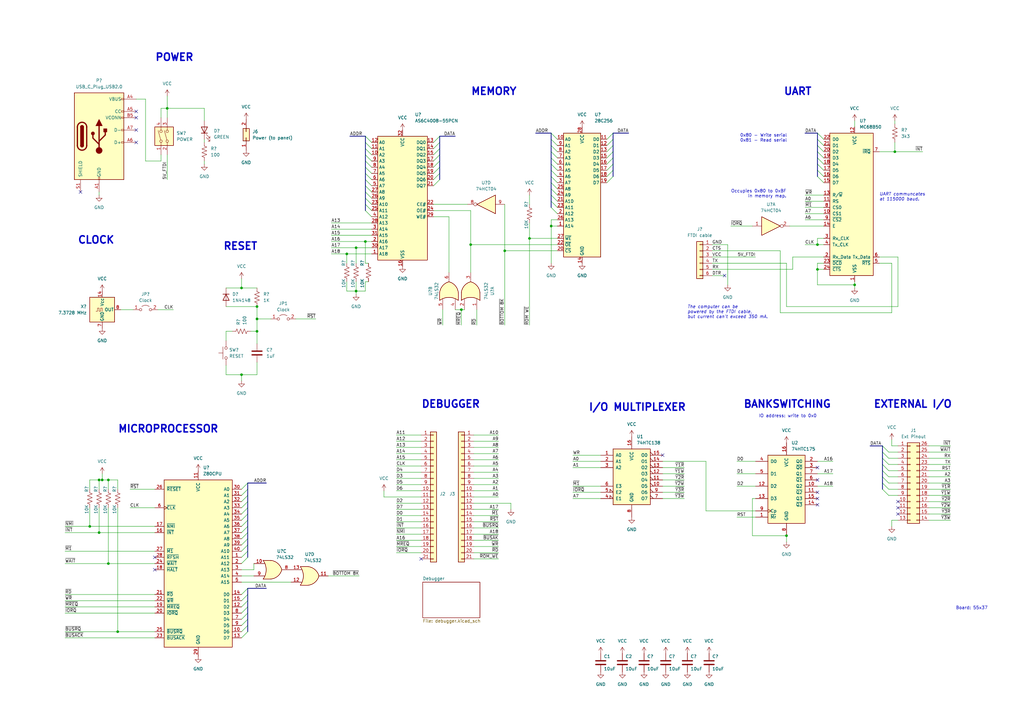
<source format=kicad_sch>
(kicad_sch (version 20230121) (generator eeschema)
  (paper "A3")
  (junction (at 44.45 231.14))
  (junction (at 99.06 118.11))
  (junction (at 40.64 196.85))
  (junction (at 149.86 99.06))
  (junction (at 105.41 135.89))
  (junction (at 142.24 104.14))
  (junction (at 48.26 259.08))
  (junction (at 189.23 127))
  (junction (at 322.58 219.71))
  (junction (at 193.04 100.33))
  (junction (at 146.05 119.38))
  (junction (at 335.28 110.49))
  (junction (at 40.64 218.44))
  (junction (at 105.41 125.73))
  (junction (at 99.06 153.67))
  (junction (at 146.05 101.6))
  (junction (at 350.52 116.84))
  (junction (at 226.06 92.71))
  (junction (at 36.83 215.9))
  (junction (at 367.03 62.23))
  (junction (at 335.28 100.33))
  (junction (at 68.58 44.45))
  (junction (at 105.41 130.81))
  (junction (at 44.45 196.85))
  (junction (at 41.91 196.85))
  (junction (at 207.01 102.87))
  (junction (at 217.17 97.79))
  (no_connect (at 368.3 205.74))
  (no_connect (at 368.3 208.28))
  (no_connect (at 271.78 186.69))
  (no_connect (at 368.3 210.82))
  (no_connect (at 335.28 207.01))
  (no_connect (at 63.5 233.68))
  (no_connect (at 335.28 196.85))
  (no_connect (at 63.5 228.6))
  (no_connect (at 172.72 229.235))
  (no_connect (at 297.18 113.03))
  (no_connect (at 335.28 201.93))
  (no_connect (at 335.28 191.77))
  (no_connect (at 335.28 204.47))
  (no_connect (at 55.88 53.34))
  (no_connect (at 55.88 48.26))
  (no_connect (at 55.88 58.42))
  (no_connect (at 55.88 45.72))
  (no_connect (at 33.02 78.74))
  (bus_entry (at 361.95 195.58) (size 2.54 2.54))
  (bus_entry (at 361.95 200.66) (size 2.54 2.54))
  (bus_entry (at 361.95 185.42) (size 2.54 2.54))
  (bus_entry (at 149.86 60.96) (size 2.54 2.54))
  (bus_entry (at 149.86 86.36) (size 2.54 2.54))
  (bus_entry (at 180.34 55.88) (size -2.54 2.54))
  (bus_entry (at 251.46 69.85) (size -2.54 2.54))
  (bus_entry (at 251.46 67.31) (size -2.54 2.54))
  (bus_entry (at 251.46 72.39) (size -2.54 2.54))
  (bus_entry (at 251.46 64.77) (size -2.54 2.54))
  (bus_entry (at 251.46 62.23) (size -2.54 2.54))
  (bus_entry (at 251.46 59.69) (size -2.54 2.54))
  (bus_entry (at 226.06 62.23) (size 2.54 2.54))
  (bus_entry (at 226.06 59.69) (size 2.54 2.54))
  (bus_entry (at 226.06 64.77) (size 2.54 2.54))
  (bus_entry (at 226.06 67.31) (size 2.54 2.54))
  (bus_entry (at 226.06 54.61) (size 2.54 2.54))
  (bus_entry (at 226.06 57.15) (size 2.54 2.54))
  (bus_entry (at 251.46 57.15) (size -2.54 2.54))
  (bus_entry (at 251.46 54.61) (size -2.54 2.54))
  (bus_entry (at 226.06 82.55) (size 2.54 2.54))
  (bus_entry (at 226.06 77.47) (size 2.54 2.54))
  (bus_entry (at 226.06 74.93) (size 2.54 2.54))
  (bus_entry (at 226.06 80.01) (size 2.54 2.54))
  (bus_entry (at 226.06 72.39) (size 2.54 2.54))
  (bus_entry (at 226.06 69.85) (size 2.54 2.54))
  (bus_entry (at 361.95 182.88) (size 2.54 2.54))
  (bus_entry (at 149.86 68.58) (size 2.54 2.54))
  (bus_entry (at 180.34 73.66) (size -2.54 2.54))
  (bus_entry (at 361.95 187.96) (size 2.54 2.54))
  (bus_entry (at 180.34 68.58) (size -2.54 2.54))
  (bus_entry (at 335.28 64.77) (size 2.54 2.54))
  (bus_entry (at 149.86 81.28) (size 2.54 2.54))
  (bus_entry (at 361.95 198.12) (size 2.54 2.54))
  (bus_entry (at 149.86 78.74) (size 2.54 2.54))
  (bus_entry (at 361.95 190.5) (size 2.54 2.54))
  (bus_entry (at 335.28 72.39) (size 2.54 2.54))
  (bus_entry (at 335.28 67.31) (size 2.54 2.54))
  (bus_entry (at 335.28 69.85) (size 2.54 2.54))
  (bus_entry (at 361.95 193.04) (size 2.54 2.54))
  (bus_entry (at 149.86 58.42) (size 2.54 2.54))
  (bus_entry (at 180.34 63.5) (size -2.54 2.54))
  (bus_entry (at 180.34 60.96) (size -2.54 2.54))
  (bus_entry (at 335.28 59.69) (size 2.54 2.54))
  (bus_entry (at 335.28 57.15) (size 2.54 2.54))
  (bus_entry (at 335.28 62.23) (size 2.54 2.54))
  (bus_entry (at 335.28 54.61) (size 2.54 2.54))
  (bus_entry (at 180.34 58.42) (size -2.54 2.54))
  (bus_entry (at 180.34 71.12) (size -2.54 2.54))
  (bus_entry (at 149.86 63.5) (size 2.54 2.54))
  (bus_entry (at 149.86 55.88) (size 2.54 2.54))
  (bus_entry (at 149.86 76.2) (size 2.54 2.54))
  (bus_entry (at 149.86 73.66) (size 2.54 2.54))
  (bus_entry (at 149.86 83.82) (size 2.54 2.54))
  (bus_entry (at 149.86 66.04) (size 2.54 2.54))
  (bus_entry (at 99.06 246.38) (size 2.54 -2.54))
  (bus_entry (at 99.06 243.84) (size 2.54 -2.54))
  (bus_entry (at 99.06 251.46) (size 2.54 -2.54))
  (bus_entry (at 99.06 248.92) (size 2.54 -2.54))
  (bus_entry (at 99.06 231.14) (size 2.54 -2.54))
  (bus_entry (at 99.06 256.54) (size 2.54 -2.54))
  (bus_entry (at 99.06 254) (size 2.54 -2.54))
  (bus_entry (at 99.06 259.08) (size 2.54 -2.54))
  (bus_entry (at 99.06 261.62) (size 2.54 -2.54))
  (bus_entry (at 99.06 200.66) (size 2.54 -2.54))
  (bus_entry (at 99.06 215.9) (size 2.54 -2.54))
  (bus_entry (at 99.06 210.82) (size 2.54 -2.54))
  (bus_entry (at 99.06 208.28) (size 2.54 -2.54))
  (bus_entry (at 99.06 213.36) (size 2.54 -2.54))
  (bus_entry (at 99.06 228.6) (size 2.54 -2.54))
  (bus_entry (at 99.06 218.44) (size 2.54 -2.54))
  (bus_entry (at 99.06 205.74) (size 2.54 -2.54))
  (bus_entry (at 99.06 203.2) (size 2.54 -2.54))
  (bus_entry (at 99.06 223.52) (size 2.54 -2.54))
  (bus_entry (at 99.06 220.98) (size 2.54 -2.54))
  (bus_entry (at 99.06 226.06) (size 2.54 -2.54))
  (bus_entry (at 180.34 66.04) (size -2.54 2.54))
  (bus_entry (at 226.06 85.09) (size 2.54 2.54))
  (bus_entry (at 149.86 71.12) (size 2.54 2.54))
  (wire (pts (xy 364.49 185.42) (xy 368.3 185.42)))
  (wire (pts (xy 194.31 206.375) (xy 209.55 206.375)))
  (bus (pts (xy 101.6 198.12) (xy 109.22 198.12)))
  (bus (pts (xy 180.34 66.04) (xy 180.34 63.5)))
  (wire (pts (xy 292.1 100.33) (xy 298.45 100.33)))
  (bus (pts (xy 335.28 57.15) (xy 335.28 54.61)))
  (bus (pts (xy 335.28 64.77) (xy 335.28 62.23)))
  (wire (pts (xy 157.48 201.295) (xy 157.48 203.835)))
  (wire (pts (xy 99.06 114.3) (xy 99.06 118.11)))
  (wire (pts (xy 146.05 101.6) (xy 152.4 101.6)))
  (wire (pts (xy 209.55 208.915) (xy 209.55 206.375)))
  (bus (pts (xy 101.6 213.36) (xy 101.6 210.82)))
  (wire (pts (xy 193.04 86.36) (xy 177.8 86.36)))
  (wire (pts (xy 381 205.74) (xy 389.89 205.74)))
  (wire (pts (xy 44.45 196.85) (xy 48.26 196.85)))
  (wire (pts (xy 40.64 78.74) (xy 40.64 80.01)))
  (bus (pts (xy 335.28 72.39) (xy 335.28 69.85)))
  (wire (pts (xy 226.06 107.95) (xy 226.06 92.71)))
  (wire (pts (xy 330.2 100.33) (xy 335.28 100.33)))
  (wire (pts (xy 365.76 213.36) (xy 368.3 213.36)))
  (wire (pts (xy 146.05 119.38) (xy 149.86 119.38)))
  (wire (pts (xy 350.52 49.53) (xy 350.52 52.07)))
  (wire (pts (xy 292.1 113.03) (xy 297.18 113.03)))
  (wire (pts (xy 195.58 127) (xy 195.58 133.35)))
  (wire (pts (xy 162.56 188.595) (xy 172.72 188.595)))
  (wire (pts (xy 162.56 198.755) (xy 172.72 198.755)))
  (wire (pts (xy 142.24 119.38) (xy 146.05 119.38)))
  (wire (pts (xy 292.1 107.95) (xy 322.58 107.95)))
  (bus (pts (xy 361.95 182.88) (xy 361.95 185.42)))
  (bus (pts (xy 251.46 54.61) (xy 257.81 54.61)))
  (bus (pts (xy 143.51 55.88) (xy 149.86 55.88)))
  (wire (pts (xy 381 198.12) (xy 389.89 198.12)))
  (wire (pts (xy 66.04 48.26) (xy 66.04 44.45)))
  (wire (pts (xy 204.47 224.155) (xy 194.31 224.155)))
  (wire (pts (xy 83.82 44.45) (xy 83.82 49.53)))
  (wire (pts (xy 368.3 105.41) (xy 360.68 105.41)))
  (wire (pts (xy 367.03 49.53) (xy 367.03 50.8)))
  (wire (pts (xy 204.47 188.595) (xy 194.31 188.595)))
  (wire (pts (xy 335.28 97.79) (xy 335.28 100.33)))
  (wire (pts (xy 226.06 92.71) (xy 228.6 92.71)))
  (bus (pts (xy 180.34 60.96) (xy 180.34 58.42)))
  (wire (pts (xy 142.24 104.14) (xy 142.24 107.95)))
  (wire (pts (xy 36.83 196.85) (xy 40.64 196.85)))
  (bus (pts (xy 251.46 67.31) (xy 251.46 64.77)))
  (bus (pts (xy 361.95 185.42) (xy 361.95 187.96)))
  (wire (pts (xy 204.47 201.295) (xy 194.31 201.295)))
  (wire (pts (xy 207.01 102.87) (xy 228.6 102.87)))
  (wire (pts (xy 335.28 110.49) (xy 337.82 110.49)))
  (bus (pts (xy 180.34 71.12) (xy 180.34 68.58)))
  (bus (pts (xy 251.46 72.39) (xy 251.46 69.85)))
  (wire (pts (xy 68.58 44.45) (xy 68.58 48.26)))
  (bus (pts (xy 361.95 190.5) (xy 361.95 193.04)))
  (wire (pts (xy 204.47 180.975) (xy 194.31 180.975)))
  (wire (pts (xy 92.71 125.73) (xy 105.41 125.73)))
  (wire (pts (xy 381 195.58) (xy 389.89 195.58)))
  (wire (pts (xy 365.76 180.34) (xy 365.76 182.88)))
  (wire (pts (xy 364.49 195.58) (xy 368.3 195.58)))
  (wire (pts (xy 289.56 189.23) (xy 289.56 209.55)))
  (bus (pts (xy 361.95 187.96) (xy 361.95 190.5)))
  (wire (pts (xy 308.61 204.47) (xy 308.61 219.71)))
  (bus (pts (xy 226.06 57.15) (xy 226.06 54.61)))
  (wire (pts (xy 381 185.42) (xy 389.89 185.42)))
  (wire (pts (xy 26.67 218.44) (xy 40.64 218.44)))
  (wire (pts (xy 381 213.36) (xy 389.89 213.36)))
  (wire (pts (xy 381 210.82) (xy 389.89 210.82)))
  (bus (pts (xy 226.06 82.55) (xy 226.06 80.01)))
  (wire (pts (xy 189.23 133.35) (xy 189.23 127)))
  (wire (pts (xy 335.28 107.95) (xy 335.28 110.49)))
  (wire (pts (xy 204.47 198.755) (xy 194.31 198.755)))
  (wire (pts (xy 162.56 224.155) (xy 172.72 224.155)))
  (wire (pts (xy 299.72 92.71) (xy 308.61 92.71)))
  (wire (pts (xy 40.64 218.44) (xy 63.5 218.44)))
  (bus (pts (xy 219.71 54.61) (xy 226.06 54.61)))
  (wire (pts (xy 149.86 115.57) (xy 151.13 115.57)))
  (wire (pts (xy 217.17 80.01) (xy 217.17 83.82)))
  (wire (pts (xy 381 208.28) (xy 389.89 208.28)))
  (bus (pts (xy 149.86 66.04) (xy 149.86 63.5)))
  (wire (pts (xy 184.15 88.9) (xy 177.8 88.9)))
  (wire (pts (xy 234.95 201.93) (xy 246.38 201.93)))
  (wire (pts (xy 204.47 226.695) (xy 194.31 226.695)))
  (wire (pts (xy 381 193.04) (xy 389.89 193.04)))
  (wire (pts (xy 135.89 101.6) (xy 146.05 101.6)))
  (wire (pts (xy 99.06 238.76) (xy 119.38 238.76)))
  (wire (pts (xy 330.2 82.55) (xy 337.82 82.55)))
  (wire (pts (xy 105.41 148.59) (xy 105.41 153.67)))
  (wire (pts (xy 162.56 226.695) (xy 172.72 226.695)))
  (bus (pts (xy 101.6 203.2) (xy 101.6 200.66)))
  (wire (pts (xy 271.78 191.77) (xy 280.67 191.77)))
  (wire (pts (xy 147.32 236.22) (xy 134.62 236.22)))
  (wire (pts (xy 364.49 203.2) (xy 368.3 203.2)))
  (wire (pts (xy 204.47 213.995) (xy 194.31 213.995)))
  (wire (pts (xy 335.28 100.33) (xy 337.82 100.33)))
  (bus (pts (xy 101.6 256.54) (xy 101.6 254)))
  (bus (pts (xy 101.6 241.3) (xy 109.22 241.3)))
  (wire (pts (xy 146.05 119.38) (xy 146.05 120.65)))
  (wire (pts (xy 204.47 186.055) (xy 194.31 186.055)))
  (wire (pts (xy 135.89 93.98) (xy 152.4 93.98)))
  (bus (pts (xy 226.06 85.09) (xy 226.06 82.55)))
  (wire (pts (xy 341.63 199.39) (xy 335.28 199.39)))
  (bus (pts (xy 101.6 226.06) (xy 101.6 223.52)))
  (wire (pts (xy 271.78 196.85) (xy 280.67 196.85)))
  (bus (pts (xy 180.34 58.42) (xy 180.34 55.88)))
  (wire (pts (xy 204.47 191.135) (xy 194.31 191.135)))
  (wire (pts (xy 48.26 259.08) (xy 63.5 259.08)))
  (bus (pts (xy 226.06 59.69) (xy 226.06 57.15)))
  (wire (pts (xy 365.76 128.27) (xy 365.76 107.95)))
  (wire (pts (xy 322.58 125.73) (xy 368.3 125.73)))
  (wire (pts (xy 189.23 127) (xy 190.5 127)))
  (wire (pts (xy 302.26 212.09) (xy 309.88 212.09)))
  (wire (pts (xy 162.56 216.535) (xy 172.72 216.535)))
  (wire (pts (xy 234.95 204.47) (xy 246.38 204.47)))
  (wire (pts (xy 92.71 118.11) (xy 99.06 118.11)))
  (wire (pts (xy 364.49 193.04) (xy 368.3 193.04)))
  (wire (pts (xy 360.68 62.23) (xy 367.03 62.23)))
  (wire (pts (xy 162.56 206.375) (xy 172.72 206.375)))
  (wire (pts (xy 204.47 221.615) (xy 194.31 221.615)))
  (bus (pts (xy 101.6 254) (xy 101.6 251.46)))
  (bus (pts (xy 335.28 62.23) (xy 335.28 59.69)))
  (bus (pts (xy 226.06 80.01) (xy 226.06 77.47)))
  (bus (pts (xy 101.6 220.98) (xy 101.6 218.44)))
  (wire (pts (xy 99.06 153.67) (xy 105.41 153.67)))
  (wire (pts (xy 302.26 194.31) (xy 309.88 194.31)))
  (wire (pts (xy 204.47 178.435) (xy 194.31 178.435)))
  (wire (pts (xy 26.67 215.9) (xy 36.83 215.9)))
  (wire (pts (xy 146.05 101.6) (xy 146.05 107.95)))
  (wire (pts (xy 26.67 226.06) (xy 63.5 226.06)))
  (wire (pts (xy 330.2 85.09) (xy 337.82 85.09)))
  (bus (pts (xy 180.34 63.5) (xy 180.34 60.96)))
  (wire (pts (xy 162.56 213.995) (xy 172.72 213.995)))
  (wire (pts (xy 92.71 153.67) (xy 99.06 153.67)))
  (wire (pts (xy 271.78 189.23) (xy 289.56 189.23)))
  (wire (pts (xy 330.2 87.63) (xy 337.82 87.63)))
  (wire (pts (xy 292.1 102.87) (xy 320.04 102.87)))
  (wire (pts (xy 59.69 40.64) (xy 59.69 66.04)))
  (wire (pts (xy 105.41 130.81) (xy 111.125 130.81)))
  (wire (pts (xy 292.1 105.41) (xy 309.88 105.41)))
  (wire (pts (xy 217.17 97.79) (xy 228.6 97.79)))
  (bus (pts (xy 101.6 248.92) (xy 101.6 246.38)))
  (wire (pts (xy 66.04 66.04) (xy 66.04 63.5)))
  (bus (pts (xy 180.34 68.58) (xy 180.34 66.04)))
  (wire (pts (xy 204.47 229.235) (xy 194.31 229.235)))
  (wire (pts (xy 68.58 63.5) (xy 68.58 73.66)))
  (wire (pts (xy 36.83 200.66) (xy 36.83 196.85)))
  (wire (pts (xy 49.53 127) (xy 54.61 127)))
  (bus (pts (xy 101.6 228.6) (xy 101.6 226.06)))
  (wire (pts (xy 322.58 107.95) (xy 322.58 125.73)))
  (wire (pts (xy 204.47 183.515) (xy 194.31 183.515)))
  (bus (pts (xy 101.6 205.74) (xy 101.6 203.2)))
  (wire (pts (xy 40.64 196.85) (xy 40.64 200.66)))
  (wire (pts (xy 162.56 196.215) (xy 172.72 196.215)))
  (wire (pts (xy 302.26 189.23) (xy 309.88 189.23)))
  (wire (pts (xy 308.61 219.71) (xy 322.58 219.71)))
  (bus (pts (xy 149.86 63.5) (xy 149.86 60.96)))
  (wire (pts (xy 234.95 191.77) (xy 246.38 191.77)))
  (wire (pts (xy 40.64 208.28) (xy 40.64 218.44)))
  (wire (pts (xy 271.78 194.31) (xy 280.67 194.31)))
  (bus (pts (xy 361.95 198.12) (xy 361.95 200.66)))
  (bus (pts (xy 101.6 246.38) (xy 101.6 243.84)))
  (bus (pts (xy 251.46 69.85) (xy 251.46 67.31)))
  (wire (pts (xy 149.86 99.06) (xy 149.86 107.95)))
  (wire (pts (xy 323.85 92.71) (xy 337.82 92.71)))
  (wire (pts (xy 149.86 99.06) (xy 152.4 99.06)))
  (wire (pts (xy 271.78 199.39) (xy 280.67 199.39)))
  (wire (pts (xy 68.58 44.45) (xy 83.82 44.45)))
  (wire (pts (xy 59.69 66.04) (xy 66.04 66.04)))
  (wire (pts (xy 381 187.96) (xy 389.89 187.96)))
  (wire (pts (xy 325.12 110.49) (xy 325.12 105.41)))
  (wire (pts (xy 381 190.5) (xy 389.89 190.5)))
  (wire (pts (xy 330.2 90.17) (xy 337.82 90.17)))
  (wire (pts (xy 92.71 149.86) (xy 92.71 153.67)))
  (wire (pts (xy 234.95 186.69) (xy 246.38 186.69)))
  (wire (pts (xy 53.34 208.28) (xy 63.5 208.28)))
  (bus (pts (xy 149.86 68.58) (xy 149.86 66.04)))
  (wire (pts (xy 48.26 196.85) (xy 48.26 200.66)))
  (wire (pts (xy 105.41 140.97) (xy 105.41 135.89)))
  (wire (pts (xy 204.47 193.675) (xy 194.31 193.675)))
  (bus (pts (xy 251.46 62.23) (xy 251.46 59.69)))
  (wire (pts (xy 99.06 233.68) (xy 104.14 233.68)))
  (bus (pts (xy 335.28 59.69) (xy 335.28 57.15)))
  (bus (pts (xy 101.6 215.9) (xy 101.6 213.36)))
  (wire (pts (xy 365.76 182.88) (xy 368.3 182.88)))
  (wire (pts (xy 271.78 201.93) (xy 280.67 201.93)))
  (wire (pts (xy 181.61 127) (xy 181.61 133.35)))
  (wire (pts (xy 104.14 231.14) (xy 104.14 233.68)))
  (wire (pts (xy 234.95 199.39) (xy 246.38 199.39)))
  (wire (pts (xy 162.56 186.055) (xy 172.72 186.055)))
  (bus (pts (xy 226.06 62.23) (xy 226.06 59.69)))
  (bus (pts (xy 149.86 78.74) (xy 149.86 76.2)))
  (wire (pts (xy 325.12 105.41) (xy 337.82 105.41)))
  (wire (pts (xy 292.1 110.49) (xy 325.12 110.49)))
  (bus (pts (xy 330.2 54.61) (xy 335.28 54.61)))
  (wire (pts (xy 320.04 102.87) (xy 320.04 128.27)))
  (wire (pts (xy 162.56 219.075) (xy 172.72 219.075)))
  (wire (pts (xy 204.47 203.835) (xy 194.31 203.835)))
  (wire (pts (xy 368.3 125.73) (xy 368.3 105.41)))
  (wire (pts (xy 68.58 39.37) (xy 68.58 44.45)))
  (wire (pts (xy 162.56 208.915) (xy 172.72 208.915)))
  (wire (pts (xy 193.04 100.33) (xy 228.6 100.33)))
  (wire (pts (xy 226.06 90.17) (xy 228.6 90.17)))
  (bus (pts (xy 180.34 55.88) (xy 186.69 55.88)))
  (wire (pts (xy 365.76 215.9) (xy 365.76 213.36)))
  (bus (pts (xy 149.86 83.82) (xy 149.86 81.28)))
  (wire (pts (xy 381 203.2) (xy 389.89 203.2)))
  (wire (pts (xy 364.49 200.66) (xy 368.3 200.66)))
  (wire (pts (xy 364.49 198.12) (xy 368.3 198.12)))
  (bus (pts (xy 180.34 73.66) (xy 180.34 71.12)))
  (wire (pts (xy 217.17 91.44) (xy 217.17 97.79)))
  (wire (pts (xy 99.06 153.67) (xy 99.06 156.21)))
  (wire (pts (xy 121.285 130.81) (xy 129.54 130.81)))
  (wire (pts (xy 44.45 231.14) (xy 63.5 231.14)))
  (wire (pts (xy 364.49 187.96) (xy 368.3 187.96)))
  (wire (pts (xy 41.91 196.85) (xy 44.45 196.85)))
  (wire (pts (xy 105.41 135.89) (xy 102.87 135.89)))
  (wire (pts (xy 367.03 58.42) (xy 367.03 62.23)))
  (wire (pts (xy 53.34 200.66) (xy 63.5 200.66)))
  (wire (pts (xy 193.04 100.33) (xy 193.04 86.36)))
  (wire (pts (xy 26.67 248.92) (xy 63.5 248.92)))
  (bus (pts (xy 226.06 77.47) (xy 226.06 74.93)))
  (wire (pts (xy 142.24 115.57) (xy 142.24 119.38)))
  (wire (pts (xy 26.67 246.38) (xy 63.5 246.38)))
  (wire (pts (xy 149.86 115.57) (xy 149.86 119.38)))
  (bus (pts (xy 356.87 182.88) (xy 361.95 182.88)))
  (wire (pts (xy 289.56 209.55) (xy 309.88 209.55)))
  (wire (pts (xy 381 182.88) (xy 389.89 182.88)))
  (wire (pts (xy 135.89 96.52) (xy 152.4 96.52)))
  (wire (pts (xy 381 200.66) (xy 389.89 200.66)))
  (wire (pts (xy 162.56 211.455) (xy 172.72 211.455)))
  (wire (pts (xy 350.52 115.57) (xy 350.52 116.84)))
  (wire (pts (xy 92.71 135.89) (xy 95.25 135.89)))
  (wire (pts (xy 341.63 194.31) (xy 335.28 194.31)))
  (wire (pts (xy 26.67 259.08) (xy 48.26 259.08)))
  (bus (pts (xy 226.06 74.93) (xy 226.06 72.39)))
  (wire (pts (xy 44.45 208.28) (xy 44.45 231.14)))
  (wire (pts (xy 234.95 189.23) (xy 246.38 189.23)))
  (wire (pts (xy 204.47 216.535) (xy 194.31 216.535)))
  (wire (pts (xy 146.05 115.57) (xy 146.05 119.38)))
  (wire (pts (xy 41.91 194.31) (xy 41.91 196.85)))
  (wire (pts (xy 322.58 219.71) (xy 322.58 222.25)))
  (wire (pts (xy 105.41 125.73) (xy 105.41 130.81)))
  (wire (pts (xy 99.06 118.11) (xy 105.41 118.11)))
  (wire (pts (xy 92.71 139.7) (xy 92.71 135.89)))
  (wire (pts (xy 135.89 91.44) (xy 152.4 91.44)))
  (bus (pts (xy 149.86 81.28) (xy 149.86 78.74)))
  (wire (pts (xy 207.01 102.87) (xy 207.01 133.35)))
  (wire (pts (xy 298.45 100.33) (xy 298.45 116.84)))
  (wire (pts (xy 55.88 40.64) (xy 59.69 40.64)))
  (wire (pts (xy 204.47 208.915) (xy 194.31 208.915)))
  (bus (pts (xy 226.06 64.77) (xy 226.06 62.23)))
  (wire (pts (xy 335.28 116.84) (xy 350.52 116.84)))
  (bus (pts (xy 226.06 67.31) (xy 226.06 64.77)))
  (bus (pts (xy 149.86 86.36) (xy 149.86 83.82)))
  (bus (pts (xy 149.86 73.66) (xy 149.86 71.12)))
  (wire (pts (xy 26.67 261.62) (xy 63.5 261.62)))
  (bus (pts (xy 226.06 72.39) (xy 226.06 69.85)))
  (wire (pts (xy 271.78 204.47) (xy 280.67 204.47)))
  (wire (pts (xy 217.17 97.79) (xy 217.17 133.35)))
  (wire (pts (xy 83.82 66.04) (xy 83.82 67.31)))
  (wire (pts (xy 367.03 62.23) (xy 378.46 62.23)))
  (bus (pts (xy 149.86 58.42) (xy 149.86 55.88)))
  (bus (pts (xy 101.6 259.08) (xy 101.6 256.54)))
  (wire (pts (xy 40.64 196.85) (xy 41.91 196.85)))
  (wire (pts (xy 350.52 116.84) (xy 350.52 118.11)))
  (bus (pts (xy 335.28 69.85) (xy 335.28 67.31)))
  (wire (pts (xy 204.47 219.075) (xy 194.31 219.075)))
  (wire (pts (xy 36.83 215.9) (xy 63.5 215.9)))
  (wire (pts (xy 99.06 236.22) (xy 104.14 236.22)))
  (wire (pts (xy 320.04 128.27) (xy 365.76 128.27)))
  (wire (pts (xy 204.47 196.215) (xy 194.31 196.215)))
  (wire (pts (xy 162.56 191.135) (xy 172.72 191.135)))
  (wire (pts (xy 142.24 104.14) (xy 152.4 104.14)))
  (bus (pts (xy 361.95 195.58) (xy 361.95 198.12)))
  (wire (pts (xy 207.01 83.82) (xy 207.01 102.87)))
  (wire (pts (xy 26.67 231.14) (xy 44.45 231.14)))
  (wire (pts (xy 330.2 80.01) (xy 337.82 80.01)))
  (wire (pts (xy 44.45 196.85) (xy 44.45 200.66)))
  (wire (pts (xy 177.8 83.82) (xy 191.77 83.82)))
  (wire (pts (xy 26.67 251.46) (xy 63.5 251.46)))
  (wire (pts (xy 83.82 57.15) (xy 83.82 58.42)))
  (wire (pts (xy 162.56 180.975) (xy 172.72 180.975)))
  (wire (pts (xy 149.86 107.95) (xy 151.13 107.95)))
  (wire (pts (xy 189.23 127) (xy 186.69 127)))
  (wire (pts (xy 364.49 190.5) (xy 368.3 190.5)))
  (bus (pts (xy 101.6 251.46) (xy 101.6 248.92)))
  (wire (pts (xy 162.56 178.435) (xy 172.72 178.435)))
  (wire (pts (xy 341.63 189.23) (xy 335.28 189.23)))
  (wire (pts (xy 302.26 199.39) (xy 309.88 199.39)))
  (wire (pts (xy 335.28 110.49) (xy 335.28 116.84)))
  (bus (pts (xy 101.6 218.44) (xy 101.6 215.9)))
  (bus (pts (xy 101.6 243.84) (xy 101.6 241.3)))
  (wire (pts (xy 204.47 211.455) (xy 194.31 211.455)))
  (wire (pts (xy 162.56 201.295) (xy 172.72 201.295)))
  (wire (pts (xy 226.06 92.71) (xy 226.06 90.17)))
  (bus (pts (xy 101.6 208.28) (xy 101.6 205.74)))
  (bus (pts (xy 149.86 71.12) (xy 149.86 68.58)))
  (wire (pts (xy 105.41 130.81) (xy 105.41 135.89)))
  (wire (pts (xy 184.15 111.76) (xy 184.15 88.9)))
  (wire (pts (xy 337.82 97.79) (xy 335.28 97.79)))
  (wire (pts (xy 193.04 111.76) (xy 193.04 100.33)))
  (bus (pts (xy 361.95 193.04) (xy 361.95 195.58)))
  (wire (pts (xy 309.88 204.47) (xy 308.61 204.47)))
  (bus (pts (xy 251.46 64.77) (xy 251.46 62.23)))
  (bus (pts (xy 101.6 210.82) (xy 101.6 208.28)))
  (bus (pts (xy 149.86 76.2) (xy 149.86 73.66)))
  (wire (pts (xy 64.77 127) (xy 71.12 127)))
  (wire (pts (xy 135.89 99.06) (xy 149.86 99.06)))
  (bus (pts (xy 335.28 67.31) (xy 335.28 64.77)))
  (wire (pts (xy 162.56 183.515) (xy 172.72 183.515)))
  (wire (pts (xy 162.56 221.615) (xy 172.72 221.615)))
  (bus (pts (xy 149.86 60.96) (xy 149.86 58.42)))
  (wire (pts (xy 66.04 44.45) (xy 68.58 44.45)))
  (wire (pts (xy 26.67 243.84) (xy 63.5 243.84)))
  (bus (pts (xy 251.46 57.15) (xy 251.46 54.61)))
  (wire (pts (xy 135.89 104.14) (xy 142.24 104.14)))
  (wire (pts (xy 337.82 107.95) (xy 335.28 107.95)))
  (bus (pts (xy 226.06 69.85) (xy 226.06 67.31)))
  (bus (pts (xy 101.6 223.52) (xy 101.6 220.98)))
  (wire (pts (xy 365.76 107.95) (xy 360.68 107.95)))
  (wire (pts (xy 162.56 193.675) (xy 172.72 193.675)))
  (wire (pts (xy 48.26 208.28) (xy 48.26 259.08)))
  (wire (pts (xy 157.48 203.835) (xy 172.72 203.835)))
  (wire (pts (xy 36.83 208.28) (xy 36.83 215.9)))
  (bus (pts (xy 101.6 200.66) (xy 101.6 198.12)))
  (bus (pts (xy 251.46 59.69) (xy 251.46 57.15)))
  (text "EXTERNAL I/O" (at 358.14 167.64 0) (effects (font (size 3 3) (thickness 0.6) bold) (justify left bottom)))
  (text "0x80 - Write serial\n0x81 - Read serial" (at 303.53 58.42 0) (effects (font (size 1.27 1.27)) (justify left bottom)))
  (text "POWER" (at 63.5 25.4 0) (effects (font (size 3 3) (thickness 0.6) bold) (justify left bottom)))
  (text "I/O MULTIPLEXER" (at 241.3 168.91 0) (effects (font (size 3 3) (thickness 0.6) bold) (justify left bottom)))
  (text "MEMORY" (at 193.04 39.37 0) (effects (font (size 3 3) (thickness 0.6) bold) (justify left bottom)))
  (text "DEBUGGER" (at 172.72 167.64 0) (effects (font (size 3 3) (thickness 0.6) bold) (justify left bottom)))
  (text "BANKSWITCHING" (at 304.8 167.64 0) (effects (font (size 3 3) (thickness 0.6) bold) (justify left bottom)))
  (text "UART" (at 321.31 39.37 0) (effects (font (size 3 3) (thickness 0.6) bold) (justify left bottom)))
  (text "CLOCK" (at 31.75 100.33 0) (effects (font (size 3 3) (thickness 0.6) bold) (justify left bottom)))
  (text "The computer can be\npowered by the FTDI cable,\nbut current can't exceed 350 mA." (at 281.94 130.81 0) (effects (font (size 1.27 1.27) italic) (justify left bottom)))
  (text "IO address: write to 0x0" (at 311.15 171.45 0) (effects (font (size 1.27 1.27)) (justify left bottom)))
  (text "Board: 55x37" (at 405.13 250.19 0) (effects (font (size 1.27 1.27)) (justify right bottom)))
  (text "MICROPROCESSOR" (at 48.26 177.8 0) (effects (font (size 3 3) (thickness 0.6) bold) (justify left bottom)))
  (text "Occupies 0x80 to 0xBF\nin memory map." (at 322.58 81.28 0) (effects (font (size 1.27 1.27)) (justify right bottom)))
  (text "RESET" (at 91.44 102.87 0) (effects (font (size 3 3) (thickness 0.6) bold) (justify left bottom)))
  (text "UART communcates\nat 115000 baud." (at 360.68 82.55 0) (effects (font (size 1.27 1.27) italic) (justify left bottom)))
  (label "~{RST}" (at 204.47 213.995 180))
  (label "DATA" (at 330.2 54.61 0))
  (label "A18" (at 204.47 219.075 180))
  (label "~{INT}" (at 162.56 216.535 0))
  (label "RST" (at 302.26 212.09 0))
  (label "TX" (at 292.1 107.95 0))
  (label "~{IORQ}" (at 299.72 92.71 0))
  (label "VCC" (at 292.1 105.41 0))
  (label "DATA" (at 257.81 54.61 180))
  (label "A13" (at 135.89 91.44 0))
  (label "A3" (at 389.89 198.12 180))
  (label "A8" (at 204.47 183.515 180))
  (label "D1" (at 162.56 213.995 0))
  (label "~{ROM_WE}" (at 204.47 229.235 180))
  (label "A4" (at 204.47 193.675 180))
  (label "~{BUSRQ}" (at 204.47 216.535 180))
  (label "DTR" (at 292.1 113.03 0))
  (label "DATA" (at 109.22 241.3 180))
  (label "A11" (at 162.56 178.435 0))
  (label "A18" (at 135.89 104.14 0))
  (label "~{RST}" (at 129.54 130.81 180))
  (label "~{IORQ}" (at 162.56 226.695 0))
  (label "CLK" (at 330.2 100.33 0))
  (label "~{M1}" (at 204.47 211.455 180))
  (label "5V_FTDI" (at 68.58 73.66 90))
  (label "A0" (at 204.47 203.835 180))
  (label "A0" (at 234.95 189.23 0))
  (label "TX" (at 389.89 190.5 180))
  (label "A10" (at 204.47 178.435 180))
  (label "A5" (at 204.47 191.135 180))
  (label "D0" (at 162.56 211.455 0))
  (label "D1" (at 302.26 194.31 0))
  (label "A17" (at 204.47 208.915 180))
  (label "~{IORQ}" (at 234.95 201.93 0))
  (label "~{Y3R}" (at 389.89 210.82 180))
  (label "~{M1}" (at 234.95 199.39 0))
  (label "~{WR}" (at 330.2 80.01 0))
  (label "D0" (at 302.26 189.23 0))
  (label "A6" (at 204.47 188.595 180))
  (label "~{IORQ}" (at 26.67 251.46 0))
  (label "A0" (at 330.2 82.55 0))
  (label "CLK" (at 71.12 127 180))
  (label "A15" (at 162.56 188.595 0))
  (label "~{RD}" (at 195.58 133.35 90))
  (label "A17" (at 135.89 101.6 0))
  (label "~{RST}" (at 53.34 200.66 0))
  (label "D5" (at 162.56 198.755 0))
  (label "~{BOTTOM 8K}" (at 147.32 236.22 180))
  (label "~{BOTTOM 8K}" (at 207.01 133.35 90))
  (label "DATA" (at 356.87 182.88 0))
  (label "A16" (at 135.89 99.06 0))
  (label "~{M1}" (at 330.2 85.09 0))
  (label "D3" (at 162.56 196.215 0))
  (label "D4" (at 162.56 193.675 0))
  (label "~{WAIT}" (at 26.67 231.14 0))
  (label "~{WR}" (at 181.61 133.35 90))
  (label "A16" (at 341.63 189.23 180))
  (label "DATA" (at 186.69 55.88 180))
  (label "A16" (at 162.56 221.615 0))
  (label "~{BUSRQ}" (at 26.67 259.08 0))
  (label "~{RD}" (at 26.67 243.84 0))
  (label "~{RD}" (at 204.47 226.695 180))
  (label "5V_FTDI" (at 309.88 105.41 180))
  (label "A2" (at 204.47 198.755 180))
  (label "A7" (at 234.95 204.47 0))
  (label "A7" (at 330.2 87.63 0))
  (label "WR" (at 234.95 186.69 0))
  (label "~{INT}" (at 378.46 62.23 180))
  (label "A9" (at 204.47 180.975 180))
  (label "A3" (at 204.47 196.215 180))
  (label "A7" (at 204.47 186.055 180))
  (label "D2" (at 302.26 199.39 0))
  (label "~{BUSACK}" (at 26.67 261.62 0))
  (label "A15" (at 135.89 96.52 0))
  (label "~{NMI}" (at 26.67 215.9 0))
  (label "~{WR}" (at 204.47 224.155 180))
  (label "ADDR" (at 143.51 55.88 0))
  (label "~{M1}" (at 26.67 226.06 0))
  (label "A2" (at 389.89 195.58 180))
  (label "D2" (at 162.56 206.375 0))
  (label "~{Y3W}" (at 389.89 213.36 180))
  (label "~{MREQ}" (at 26.67 248.92 0))
  (label "~{WR}" (at 26.67 246.38 0))
  (label "A13" (at 162.56 183.515 0))
  (label "~{Y3W}" (at 280.67 204.47 180))
  (label "ADDR" (at 219.71 54.61 0))
  (label "~{INT}" (at 389.89 182.88 180))
  (label "~{BUSAK}" (at 204.47 221.615 180))
  (label "~{Y1W}" (at 280.67 194.31 180))
  (label "~{Y1R}" (at 389.89 200.66 180))
  (label "CLK" (at 53.34 208.28 0))
  (label "A1" (at 234.95 191.77 0))
  (label "A1" (at 204.47 201.295 180))
  (label "RX" (at 389.89 187.96 180))
  (label "D6" (at 162.56 201.295 0))
  (label "GND" (at 292.1 100.33 0))
  (label "A14" (at 162.56 186.055 0))
  (label "RX" (at 292.1 110.49 0))
  (label "A12" (at 162.56 180.975 0))
  (label "A14" (at 135.89 93.98 0))
  (label "~{WAIT}" (at 389.89 185.42 180))
  (label "CLK" (at 162.56 191.135 0))
  (label "~{NMI}" (at 162.56 219.075 0))
  (label "~{MREQ}" (at 189.23 133.35 90))
  (label "~{Y1R}" (at 280.67 191.77 180))
  (label "A17" (at 341.63 194.31 180))
  (label "~{Y2W}" (at 389.89 208.28 180))
  (label "D7" (at 162.56 208.915 0))
  (label "A6" (at 330.2 90.17 0))
  (label "~{Y2W}" (at 280.67 199.39 180))
  (label "~{Y2R}" (at 389.89 205.74 180))
  (label "~{Y2R}" (at 280.67 196.85 180))
  (label "~{Y1W}" (at 389.89 203.2 180))
  (label "~{MREQ}" (at 162.56 224.155 0))
  (label "~{INT}" (at 26.67 218.44 0))
  (label "~{Y3R}" (at 280.67 201.93 180))
  (label "ADDR" (at 109.22 198.12 180))
  (label "A18" (at 341.63 199.39 180))
  (label "~{ROM WE}" (at 217.17 133.35 90))
  (label "RST" (at 389.89 193.04 180))
  (label "CTS" (at 292.1 102.87 0))
  (symbol (lib_id "Device:R_US") (at 36.83 204.47 180) (unit 1)
    (property "Reference" "R?" (at 35.56 201.93 90) (effects (justify right)))
    (property "Value" "10K" (at 35.56 210.82 90) (effects (justify right)))
  )
  (symbol (lib_id "power:GND") (at 365.76 215.9 0) (unit 1)
    (property "Reference" "#PWR011" (effects hide))
    (property "Value" "GND" (at 365.76 220.98 0))
  )
  (symbol (lib_id "Device:R_US") (at 44.45 204.47 180) (unit 1)
    (property "Reference" "R?" (at 43.18 201.93 90) (effects (justify right)))
    (property "Value" "10K" (at 43.18 210.82 90) (effects (justify right)))
  )
  (symbol (lib_id "power:VCC") (at 259.08 179.07 0) (unit 1)
    (property "Reference" "#PWR02" (effects hide))
    (property "Value" "VCC" (at 259.08 173.99 0))
  )
  (symbol (lib_id "Switch:SW_Push") (at 92.71 144.78 90) (unit 1)
    (property "Reference" "SW?" (at 93.98 143.5099 90) (effects (justify right)))
    (property "Value" "RESET" (at 93.98 146.0499 90) (effects (justify right)))
  )
  (symbol (lib_id "Oscillator:ACO-xxxMHz") (at 41.91 127 0) (unit 1)
    (property "Reference" "X?" (at 35.56 125.7299 0) (effects (justify right)))
    (property "Value" "7.3728 MHz" (at 35.56 128.2699 0) (effects (justify right)))
    (property "Footprint" "Oscillator:Oscillator_DIP-14" (effects hide))
    (property "Datasheet" "http://www.conwin.com/datasheets/cx/cx030.pdf" (effects hide))
  )
  (symbol (lib_id "Connector_Generic:Conn_01x21") (at 177.8 203.835 0) (unit 1)
    (property "Reference" "J2" (at 180.34 202.565 0) (effects (justify left)))
    (property "Value" "Conn_01x21" (effects hide))
  )
  (symbol (lib_id "74xx:74LS32") (at 111.76 233.68 0) (mirror x) (unit 3)
    (property "Reference" "U?" (at 115.57 226.06 0))
    (property "Value" "74LS32" (at 116.84 228.6 0))
    (property "Datasheet" "http://www.ti.com/lit/gpn/sn74LS32" (effects hide))
  )
  (symbol (lib_id "power:VCC") (at 157.48 201.295 0) (unit 1)
    (property "Reference" "#PWR012" (effects hide))
    (property "Value" "VCC" (at 157.48 196.215 0))
  )
  (symbol (lib_id "power:GND") (at 255.27 275.59 0) (unit 1)
    (property "Reference" "#PWR09" (effects hide))
    (property "Value" "GND" (at 255.27 280.67 0))
  )
  (symbol (lib_id "power:VCC") (at 81.28 193.04 0) (unit 1)
    (property "Reference" "#PWR?" (effects hide))
    (property "Value" "VCC" (at 81.28 187.96 0))
  )
  (symbol (lib_id "Device:R_US") (at 83.82 62.23 0) (unit 1)
    (property "Reference" "R?" (at 86.36 60.9599 0) (effects (justify left)))
    (property "Value" "100" (at 86.36 63.4999 0) (effects (justify left)))
  )
  (symbol (lib_id "Connector_Generic:Conn_01x21") (at 189.23 203.835 0) (mirror y) (unit 1)
    (property "Reference" "J3" (at 186.69 202.565 0) (effects (justify left)))
    (property "Value" "Conn_01x21" (effects hide))
  )
  (symbol (lib_id "power:VCC") (at 255.27 267.97 0) (unit 1)
    (property "Reference" "#PWR08" (effects hide))
    (property "Value" "VCC" (at 255.27 262.89 0))
  )
  (symbol (lib_id "74xx:74LS32") (at 127 236.22 0) (mirror x) (unit 4)
    (property "Reference" "U?" (at 127 227.33 0))
    (property "Value" "74LS32" (at 128.27 229.87 0))
    (property "Datasheet" "http://www.ti.com/lit/gpn/sn74LS32" (effects hide))
  )
  (symbol (lib_id "Diode:1N4148") (at 92.71 121.92 270) (unit 1)
    (property "Reference" "D?" (at 95.25 120.6499 90) (effects (justify left)))
    (property "Value" "1N4148" (at 95.25 123.1899 90) (effects (justify left)))
    (property "Footprint" "Diode_THT:D_DO-35_SOD27_P7.62mm_Horizontal" (effects hide))
    (property "Datasheet" "https://assets.nexperia.com/documents/data-sheet/1N4148_1N4448.pdf" (effects hide))
  )
  (symbol (lib_id "Memory_EEPROM:28C256") (at 238.76 80.01 0) (unit 1)
    (property "Reference" "U?" (at 243.84 46.99 0) (effects (justify left)))
    (property "Value" "28C256" (at 243.84 49.53 0) (effects (justify left)))
    (property "Datasheet" "http://ww1.microchip.com/downloads/en/DeviceDoc/doc0006.pdf" (effects hide))
  )
  (symbol (lib_id "power:GND") (at 165.1 109.22 0) (unit 1)
    (property "Reference" "#PWR?" (effects hide))
    (property "Value" "GND" (at 165.1 114.3 0))
  )
  (symbol (lib_id "power:GND") (at 298.45 116.84 0) (unit 1)
    (property "Reference" "#PWR?" (effects hide))
    (property "Value" "GND" (at 298.45 121.92 0))
  )
  (symbol (lib_id "Device:C") (at 255.27 271.78 0) (unit 1)
    (property "Reference" "C2" (at 256.54 269.24 0) (effects (justify left)))
    (property "Value" "10uF" (at 256.54 274.32 0) (effects (justify left)))
  )
  (symbol (lib_id "Memory_RAM:AS6C4008-55PCN") (at 165.1 81.28 0) (unit 1)
    (property "Reference" "U?" (at 170.18 46.99 0) (effects (justify left)))
    (property "Value" "AS6C4008-55PCN" (at 170.18 49.53 0) (effects (justify left)))
    (property "Footprint" "Package_DIP:DIP-32_W15.24mm" (effects hide))
    (property "Datasheet" "https://www.alliancememory.com/wp-content/uploads/pdf/AS6C4008.pdf" (effects hide))
  )
  (symbol (lib_id "Device:R_US") (at 151.13 111.76 180) (unit 1)
    (property "Reference" "R?" (at 148.59 109.22 90) (effects (justify right)))
    (property "Value" "10K" (at 148.59 118.11 90) (effects (justify right)))
  )
  (symbol (lib_id "power:GND") (at 209.55 208.915 0) (unit 1)
    (property "Reference" "#PWR013" (effects hide))
    (property "Value" "GND" (at 209.55 213.995 0))
  )
  (symbol (lib_id "Interface_UART:MC68B50") (at 350.52 85.09 0) (unit 1)
    (property "Reference" "U?" (at 352.5394 49.53 0) (effects (justify left)))
    (property "Value" "MC68B50" (at 352.5394 52.07 0) (effects (justify left)))
    (property "Footprint" "Package_DIP:DIP-40_W15.24mm" (effects hide))
    (property "Datasheet" "http://pdf.datasheetcatalog.com/datasheet/motorola/MC6850.pdf" (effects hide))
  )
  (symbol (lib_id "Switch:SW_DIP_x02") (at 68.58 55.88 90) (unit 1)
    (property "Reference" "SW?" (at 72.39 54.6099 90) (effects (justify right)))
    (property "Value" "POWER" (at 72.39 57.1499 90) (effects (justify right)))
  )
  (symbol (lib_id "power:GND") (at 81.28 269.24 0) (unit 1)
    (property "Reference" "#PWR?" (effects hide))
    (property "Value" "GND" (at 81.28 274.32 0))
  )
  (symbol (lib_id "power:VCC") (at 100.965 48.895 0) (unit 1)
    (property "Reference" "#PWR017" (effects hide))
    (property "Value" "VCC" (at 100.965 43.815 0))
  )
  (symbol (lib_id "Jumper:Jumper_2_Open") (at 116.205 130.81 0) (unit 1)
    (property "Reference" "JP1" (at 116.205 124.46 0))
    (property "Value" "Clock" (at 116.205 127 0))
  )
  (symbol (lib_id "power:GND") (at 290.83 275.59 0) (unit 1)
    (property "Reference" "#PWR?" (effects hide))
    (property "Value" "GND" (at 290.83 280.67 0))
  )
  (symbol (lib_id "power:GND") (at 226.06 107.95 0) (unit 1)
    (property "Reference" "#PWR?" (effects hide))
    (property "Value" "GND" (at 226.06 113.03 0))
  )
  (symbol (lib_id "power:VCC") (at 264.16 267.97 0) (unit 1)
    (property "Reference" "#PWR?" (effects hide))
    (property "Value" "VCC" (at 264.16 262.89 0))
  )
  (symbol (lib_id "power:VCC") (at 365.76 180.34 0) (unit 1)
    (property "Reference" "#PWR010" (effects hide))
    (property "Value" "VCC" (at 365.76 175.26 0))
  )
  (symbol (lib_id "74xx:74LS32") (at 184.15 119.38 270) (mirror x) (unit 2)
    (property "Reference" "U?" (at 176.53 119.38 0))
    (property "Value" "74LS32" (at 179.07 119.38 0))
    (property "Datasheet" "http://www.ti.com/lit/gpn/sn74LS32" (effects hide))
  )
  (symbol (lib_id "Jumper:Jumper_2_Open") (at 59.69 127 0) (unit 1)
    (property "Reference" "JP?" (at 59.69 120.65 0))
    (property "Value" "Clock" (at 59.69 123.19 0))
  )
  (symbol (lib_id "power:GND") (at 146.05 120.65 0) (unit 1)
    (property "Reference" "#PWR?" (effects hide))
    (property "Value" "GND" (at 146.05 125.73 0))
  )
  (symbol (lib_id "power:GND") (at 264.16 275.59 0) (unit 1)
    (property "Reference" "#PWR?" (effects hide))
    (property "Value" "GND" (at 264.16 280.67 0))
  )
  (symbol (lib_id "74xx:74LS32") (at 193.04 119.38 270) (mirror x) (unit 1)
    (property "Reference" "U?" (at 201.93 119.38 0))
    (property "Value" "74LS32" (at 199.39 119.38 0))
    (property "Datasheet" "http://www.ti.com/lit/gpn/sn74LS32" (effects hide))
  )
  (symbol (lib_id "power:GND") (at 238.76 107.95 0) (unit 1)
    (property "Reference" "#PWR?" (effects hide))
    (property "Value" "GND" (at 238.76 113.03 0))
  )
  (symbol (lib_id "Device:LED") (at 83.82 53.34 90) (unit 1)
    (property "Reference" "D?" (at 87.63 53.6574 90) (effects (justify right)))
    (property "Value" "GREEN" (at 87.63 56.1974 90) (effects (justify right)))
  )
  (symbol (lib_id "Connector:USB_C_Plug_USB2.0") (at 40.64 55.88 0) (unit 1)
    (property "Reference" "P?" (at 40.64 33.02 0))
    (property "Value" "USB_C_Plug_USB2.0" (at 40.64 35.56 0))
    (property "Datasheet" "https://www.usb.org/sites/default/files/documents/usb_type-c.zip" (effects hide))
  )
  (symbol (lib_id "Connector_Generic:Conn_02x01") (at 100.965 56.515 90) (unit 1)
    (property "Reference" "J6" (at 103.505 53.975 90) (effects (justify right)))
    (property "Value" "Power (to panel)" (at 103.505 56.515 90) (effects (justify right)))
  )
  (symbol (lib_id "74xx:74HCT04") (at 316.23 92.71 0) (unit 1)
    (property "Reference" "U?" (at 316.23 83.82 0))
    (property "Value" "74HCT04" (at 316.23 86.36 0))
    (property "Datasheet" "https://assets.nexperia.com/documents/data-sheet/74HC_HCT04.pdf" (effects hide))
  )
  (symbol (lib_id "power:GND") (at 41.91 134.62 0) (unit 1)
    (property "Reference" "#PWR?" (effects hide))
    (property "Value" "GND" (at 41.91 139.7 0))
  )
  (symbol (lib_id "power:VCC") (at 41.91 119.38 0) (unit 1)
    (property "Reference" "#PWR?" (effects hide))
    (property "Value" "VCC" (at 41.91 114.3 0))
  )
  (symbol (lib_id "power:VCC") (at 99.06 114.3 0) (unit 1)
    (property "Reference" "#PWR?" (effects hide))
    (property "Value" "VCC" (at 99.06 109.22 0))
  )
  (symbol (lib_id "Device:R_US") (at 105.41 121.92 180) (unit 1)
    (property "Reference" "R?" (at 107.95 120.6499 0) (effects (justify right)))
    (property "Value" "1K" (at 107.95 123.1899 0) (effects (justify right)))
  )
  (symbol (lib_id "power:GND") (at 100.965 61.595 0) (unit 1)
    (property "Reference" "#PWR018" (effects hide))
    (property "Value" "GND" (at 100.965 66.675 0))
  )
  (symbol (lib_id "power:VCC") (at 367.03 49.53 0) (unit 1)
    (property "Reference" "#PWR?" (effects hide))
    (property "Value" "VCC" (at 367.03 44.45 0))
  )
  (symbol (lib_id "Device:R_US") (at 146.05 111.76 180) (unit 1)
    (property "Reference" "R?" (at 144.78 109.22 90) (effects (justify right)))
    (property "Value" "10K" (at 144.78 118.11 90) (effects (justify right)))
  )
  (symbol (lib_id "power:GND") (at 246.38 275.59 0) (unit 1)
    (property "Reference" "#PWR07" (effects hide))
    (property "Value" "GND" (at 246.38 280.67 0))
  )
  (symbol (lib_id "Device:C") (at 264.16 271.78 0) (unit 1)
    (property "Reference" "C?" (at 265.43 269.24 0) (effects (justify left)))
    (property "Value" "10uF" (at 265.43 274.32 0) (effects (justify left)))
  )
  (symbol (lib_id "Connector_Generic:Conn_01x06") (at 287.02 105.41 0) (mirror y) (unit 1)
    (property "Reference" "J?" (at 287.02 93.98 0))
    (property "Value" "FTDI cable" (at 287.02 96.52 0))
  )
  (symbol (lib_id "CPU:Z80CPU") (at 81.28 231.14 0) (unit 1)
    (property "Reference" "U?" (at 83.2994 191.77 0) (effects (justify left)))
    (property "Value" "Z80CPU" (at 83.2994 194.31 0) (effects (justify left)))
    (property "Datasheet" "www.zilog.com/manage_directlink.php?filepath=docs/z80/um0080" (effects hide))
  )
  (symbol (lib_id "power:VCC") (at 281.94 267.97 0) (unit 1)
    (property "Reference" "#PWR?" (effects hide))
    (property "Value" "VCC" (at 281.94 262.89 0))
  )
  (symbol (lib_id "power:VCC") (at 41.91 194.31 0) (unit 1)
    (property "Reference" "#PWR?" (effects hide))
    (property "Value" "VCC" (at 41.91 189.23 0))
  )
  (symbol (lib_id "power:VCC") (at 273.05 267.97 0) (unit 1)
    (property "Reference" "#PWR?" (effects hide))
    (property "Value" "VCC" (at 273.05 262.89 0))
  )
  (symbol (lib_id "Device:R_US") (at 217.17 87.63 180) (unit 1)
    (property "Reference" "R?" (at 215.9 85.09 90) (effects (justify right)))
    (property "Value" "10K" (at 215.9 93.98 90) (effects (justify right)))
  )
  (symbol (lib_id "Device:R_US") (at 99.06 135.89 270) (unit 1)
    (property "Reference" "R?" (at 97.7899 133.35 0) (effects (justify right)))
    (property "Value" "100" (at 100.3299 133.35 0) (effects (justify right)))
  )
  (symbol (lib_id "Device:R_US") (at 40.64 204.47 180) (unit 1)
    (property "Reference" "R?" (at 39.37 201.93 90) (effects (justify right)))
    (property "Value" "10K" (at 39.37 210.82 90) (effects (justify right)))
  )
  (symbol (lib_id "power:VCC") (at 217.17 80.01 0) (unit 1)
    (property "Reference" "#PWR?" (effects hide))
    (property "Value" "VCC" (at 217.17 74.93 0))
  )
  (symbol (lib_id "Device:C") (at 246.38 271.78 0) (unit 1)
    (property "Reference" "C1" (at 247.65 269.24 0) (effects (justify left)))
    (property "Value" "10uF" (at 247.65 274.32 0) (effects (justify left)))
  )
  (symbol (lib_id "Device:C") (at 273.05 271.78 0) (unit 1)
    (property "Reference" "C?" (at 274.32 269.24 0) (effects (justify left)))
    (property "Value" "10uF" (at 274.32 274.32 0) (effects (justify left)))
  )
  (symbol (lib_id "power:VCC") (at 238.76 52.07 0) (unit 1)
    (property "Reference" "#PWR?" (effects hide))
    (property "Value" "VCC" (at 238.76 46.99 0))
  )
  (symbol (lib_id "power:GND") (at 259.08 212.09 0) (unit 1)
    (property "Reference" "#PWR03" (effects hide))
    (property "Value" "GND" (at 259.08 217.17 0))
  )
  (symbol (lib_id "Device:R_US") (at 48.26 204.47 180) (unit 1)
    (property "Reference" "R?" (at 46.99 201.93 90) (effects (justify right)))
    (property "Value" "10K" (at 46.99 210.82 90) (effects (justify right)))
  )
  (symbol (lib_id "Device:R_US") (at 142.24 111.76 180) (unit 1)
    (property "Reference" "R?" (at 140.97 109.22 90) (effects (justify right)))
    (property "Value" "10K" (at 140.97 118.11 90) (effects (justify right)))
  )
  (symbol (lib_id "power:GND") (at 83.82 67.31 0) (unit 1)
    (property "Reference" "#PWR?" (effects hide))
    (property "Value" "GND" (at 83.82 72.39 0))
  )
  (symbol (lib_id "power:VCC") (at 322.58 181.61 0) (unit 1)
    (property "Reference" "#PWR04" (effects hide))
    (property "Value" "VCC" (at 322.58 176.53 0))
  )
  (symbol (lib_id "power:GND") (at 99.06 156.21 0) (unit 1)
    (property "Reference" "#PWR?" (effects hide))
    (property "Value" "GND" (at 99.06 161.29 0))
  )
  (symbol (lib_id "power:VCC") (at 68.58 39.37 0) (unit 1)
    (property "Reference" "#PWR?" (effects hide))
    (property "Value" "VCC" (at 68.58 34.29 0))
  )
  (symbol (lib_id "Connector_Generic:Conn_02x13_Counter_Clockwise") (at 373.38 198.12 0) (unit 1)
    (property "Reference" "J1" (at 374.65 176.53 0))
    (property "Value" "Ext Pinout" (at 374.65 179.07 0))
  )
  (symbol (lib_id "Device:C") (at 290.83 271.78 0) (unit 1)
    (property "Reference" "C?" (at 292.1 269.24 0) (effects (justify left)))
    (property "Value" "10uF" (at 292.1 274.32 0) (effects (justify left)))
  )
  (symbol (lib_id "power:GND") (at 281.94 275.59 0) (unit 1)
    (property "Reference" "#PWR?" (effects hide))
    (property "Value" "GND" (at 281.94 280.67 0))
  )
  (symbol (lib_id "power:VCC") (at 165.1 53.34 0) (unit 1)
    (property "Reference" "#PWR?" (effects hide))
    (property "Value" "VCC" (at 165.1 48.26 0))
  )
  (symbol (lib_id "power:VCC") (at 350.52 49.53 0) (unit 1)
    (property "Reference" "#PWR?" (effects hide))
    (property "Value" "VCC" (at 350.52 44.45 0))
  )
  (symbol (lib_id "Device:C") (at 281.94 271.78 0) (unit 1)
    (property "Reference" "C?" (at 283.21 269.24 0) (effects (justify left)))
    (property "Value" "10uF" (at 283.21 274.32 0) (effects (justify left)))
  )
  (symbol (lib_id "74xx:74LS175") (at 322.58 199.39 0) (unit 1)
    (property "Reference" "U2" (at 324.5994 181.61 0) (effects (justify left)))
    (property "Value" "74HTC175" (at 324.5994 184.15 0) (effects (justify left)))
    (property "Datasheet" "http://www.ti.com/lit/gpn/sn74LS175" (effects hide))
  )
  (symbol (lib_id "Device:C") (at 105.41 144.78 0) (unit 1)
    (property "Reference" "C?" (at 109.22 143.5099 0) (effects (justify left)))
    (property "Value" "1uF" (at 109.22 146.0499 0) (effects (justify left)))
  )
  (symbol (lib_id "power:GND") (at 322.58 222.25 0) (unit 1)
    (property "Reference" "#PWR05" (effects hide))
    (property "Value" "GND" (at 322.58 227.33 0))
  )
  (symbol (lib_id "power:GND") (at 40.64 80.01 0) (unit 1)
    (property "Reference" "#PWR?" (effects hide))
    (property "Value" "GND" (at 40.64 85.09 0))
  )
  (symbol (lib_id "power:GND") (at 350.52 118.11 0) (unit 1)
    (property "Reference" "#PWR?" (effects hide))
    (property "Value" "GND" (at 350.52 123.19 0))
  )
  (symbol (lib_id "power:GND") (at 273.05 275.59 0) (unit 1)
    (property "Reference" "#PWR?" (effects hide))
    (property "Value" "GND" (at 273.05 280.67 0))
  )
  (symbol (lib_id "Device:R_US") (at 367.03 54.61 0) (unit 1)
    (property "Reference" "R?" (at 369.57 53.3399 0) (effects (justify left)))
    (property "Value" "3k3" (at 369.57 55.8799 0) (effects (justify left)))
  )
  (symbol (lib_id "power:VCC") (at 246.38 267.97 0) (unit 1)
    (property "Reference" "#PWR06" (effects hide))
    (property "Value" "VCC" (at 246.38 262.89 0))
  )
  (symbol (lib_id "74xx:74LS138") (at 259.08 194.31 0) (unit 1)
    (property "Reference" "U1" (at 261.0994 179.07 0) (effects (justify left)))
    (property "Value" "74HTC138" (at 261.0994 181.61 0) (effects (justify left)))
    (property "Datasheet" "http://www.ti.com/lit/gpn/sn74LS138" (effects hide))
  )
  (symbol (lib_id "power:VCC") (at 290.83 267.97 0) (unit 1)
    (property "Reference" "#PWR?" (effects hide))
    (property "Value" "VCC" (at 290.83 262.89 0))
  )
  (symbol (lib_id "74xx:74HCT04") (at 199.39 83.82 180) (unit 4)
    (property "Reference" "U?" (at 199.39 74.93 0))
    (property "Value" "74HCT04" (at 199.39 77.47 0))
    (property "Datasheet" "https://assets.nexperia.com/documents/data-sheet/74HC_HCT04.pdf" (effects hide))
  )
  (sheet (at 173.355 238.76) (size 23.495 14.605) (stroke (width 0.1524))
    (property "Sheetname" "Debugger" (at 173.355 238.0484 0) (effects (justify left bottom)))
    (property "Sheetfile" "debugger.kicad_sch" (at 173.355 253.9496 0) (effects (justify left top)))
  )
)
</source>
